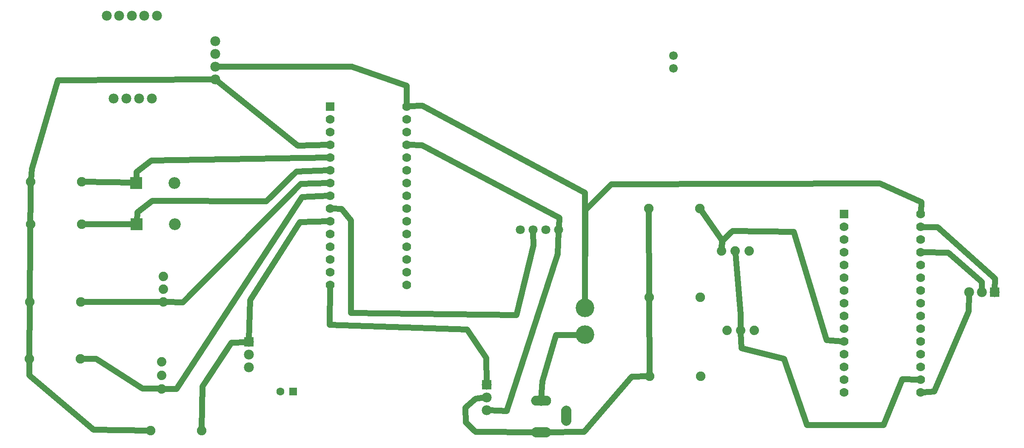
<source format=gbl>
G04 MADE WITH FRITZING*
G04 WWW.FRITZING.ORG*
G04 DOUBLE SIDED*
G04 HOLES PLATED*
G04 CONTOUR ON CENTER OF CONTOUR VECTOR*
%ASAXBY*%
%FSLAX23Y23*%
%MOIN*%
%OFA0B0*%
%SFA1.0B1.0*%
%ADD10C,0.145600*%
%ADD11C,0.078000*%
%ADD12C,0.092000*%
%ADD13C,0.070000*%
%ADD14C,0.075000*%
%ADD15C,0.074000*%
%ADD16C,0.071195*%
%ADD17C,0.067639*%
%ADD18C,0.078740*%
%ADD19C,0.062992*%
%ADD20R,0.078000X0.078000*%
%ADD21R,0.092000X0.092000*%
%ADD22R,0.069972X0.070000*%
%ADD23R,0.062992X0.062992*%
%ADD24C,0.048000*%
%ADD25R,0.001000X0.001000*%
%LNCOPPER0*%
G90*
G70*
G54D10*
X4538Y953D03*
X4538Y1163D03*
G54D11*
X7747Y1286D03*
X7647Y1286D03*
X7547Y1286D03*
X7747Y1286D03*
X7647Y1286D03*
X7547Y1286D03*
G54D12*
X1025Y1821D03*
X1325Y1821D03*
X1022Y2145D03*
X1322Y2145D03*
G54D13*
X6569Y1899D03*
X6569Y1799D03*
X6569Y1699D03*
X6569Y1599D03*
X6569Y1499D03*
X6569Y1399D03*
X6569Y1299D03*
X6569Y1199D03*
X6569Y1099D03*
X6569Y999D03*
X6569Y899D03*
X6569Y799D03*
X6569Y699D03*
X6569Y599D03*
X6569Y499D03*
X7169Y1899D03*
X7169Y1799D03*
X7169Y1699D03*
X7169Y1599D03*
X7169Y1499D03*
X7169Y1399D03*
X7169Y1299D03*
X7169Y1199D03*
X7169Y1099D03*
X7169Y999D03*
X7169Y899D03*
X7169Y799D03*
X7169Y699D03*
X7169Y599D03*
X7169Y499D03*
X2541Y2745D03*
X2541Y2645D03*
X2541Y2545D03*
X2541Y2445D03*
X2541Y2345D03*
X2541Y2245D03*
X2541Y2145D03*
X2541Y2045D03*
X2541Y1945D03*
X2541Y1845D03*
X2541Y1745D03*
X2541Y1645D03*
X2541Y1545D03*
X2541Y1445D03*
X2541Y1345D03*
X3141Y2745D03*
X3141Y2645D03*
X3141Y2545D03*
X3141Y2445D03*
X3141Y2345D03*
X3141Y2245D03*
X3141Y2145D03*
X3141Y2045D03*
X3141Y1945D03*
X3141Y1845D03*
X3141Y1745D03*
X3141Y1645D03*
X3141Y1545D03*
X3141Y1445D03*
X3141Y1345D03*
G54D14*
X183Y764D03*
X583Y764D03*
X193Y1821D03*
X593Y1821D03*
X196Y2153D03*
X596Y2153D03*
X189Y1212D03*
X589Y1212D03*
X5040Y1247D03*
X5440Y1247D03*
X5045Y626D03*
X5445Y626D03*
X5038Y1944D03*
X5438Y1944D03*
X1136Y199D03*
X1536Y199D03*
G54D15*
X5865Y988D03*
X5758Y988D03*
X5651Y988D03*
X5823Y1611D03*
X5716Y1611D03*
X5609Y1611D03*
X1221Y742D03*
X1221Y635D03*
X1221Y528D03*
X1233Y1411D03*
X1233Y1311D03*
X1233Y1211D03*
G54D11*
X1904Y896D03*
X1904Y796D03*
X1904Y696D03*
X843Y2808D03*
X943Y2808D03*
X1043Y2808D03*
X1143Y2808D03*
X1642Y2957D03*
X1642Y3057D03*
X1642Y3157D03*
X1642Y3257D03*
X791Y3457D03*
X889Y3457D03*
X988Y3458D03*
X1086Y3457D03*
X1185Y3457D03*
X3769Y560D03*
X3769Y460D03*
X3769Y360D03*
G54D16*
X4032Y1778D03*
X4131Y1778D03*
X4231Y1778D03*
X4331Y1778D03*
G54D17*
X5230Y3043D03*
X5230Y3143D03*
G54D18*
X4194Y435D03*
X4194Y187D03*
X4391Y317D03*
G54D19*
X2250Y507D03*
X2151Y507D03*
G54D20*
X7747Y1286D03*
X7747Y1286D03*
G54D21*
X1025Y1821D03*
X1022Y2145D03*
G54D22*
X6569Y1899D03*
X2541Y2745D03*
G54D20*
X1904Y896D03*
X3769Y560D03*
G54D23*
X2250Y507D03*
G54D24*
X1023Y2232D02*
X1141Y2320D01*
D02*
X1023Y2171D02*
X1023Y2232D01*
D02*
X1141Y2320D02*
X2523Y2345D01*
D02*
X2277Y2235D02*
X2524Y2245D01*
D02*
X2041Y2001D02*
X2277Y2235D01*
D02*
X1148Y2003D02*
X2041Y2001D01*
D02*
X1030Y1915D02*
X1148Y2003D01*
D02*
X1027Y1847D02*
X1030Y1915D01*
D02*
X2311Y2137D02*
X2524Y2145D01*
D02*
X1389Y1208D02*
X2311Y2137D01*
D02*
X1253Y1211D02*
X1389Y1208D01*
D02*
X1337Y528D02*
X1241Y528D01*
D02*
X2322Y2034D02*
X1337Y528D01*
D02*
X2524Y2044D02*
X2322Y2034D01*
D02*
X189Y1195D02*
X183Y781D01*
D02*
X196Y2136D02*
X189Y1230D01*
D02*
X688Y206D02*
X1118Y199D01*
D02*
X184Y635D02*
X688Y206D01*
D02*
X183Y746D02*
X184Y635D01*
D02*
X203Y2255D02*
X197Y2171D01*
D02*
X409Y2952D02*
X203Y2255D01*
D02*
X1623Y2957D02*
X409Y2952D01*
D02*
X2287Y2438D02*
X1657Y2945D01*
D02*
X2524Y2445D02*
X2287Y2438D01*
D02*
X3140Y2906D02*
X3141Y2763D01*
D02*
X2712Y3058D02*
X3140Y2906D01*
D02*
X1661Y3057D02*
X2712Y3058D01*
D02*
X708Y763D02*
X600Y764D01*
D02*
X1070Y531D02*
X708Y763D01*
D02*
X1201Y529D02*
X1070Y531D01*
D02*
X1213Y1211D02*
X607Y1212D01*
D02*
X999Y1821D02*
X610Y1821D01*
D02*
X996Y2146D02*
X613Y2153D01*
D02*
X1905Y915D02*
X1915Y1225D01*
D02*
X2306Y1838D02*
X2524Y1845D01*
D02*
X1915Y1225D02*
X2306Y1838D01*
D02*
X3613Y993D02*
X2537Y1029D01*
D02*
X3763Y772D02*
X3613Y993D01*
D02*
X2537Y1029D02*
X2541Y1327D01*
D02*
X3769Y579D02*
X3763Y772D01*
D02*
X4136Y1655D02*
X4001Y1107D01*
D02*
X2631Y1940D02*
X2559Y1944D01*
D02*
X4001Y1107D02*
X2705Y1124D01*
D02*
X2705Y1124D02*
X2703Y1849D01*
D02*
X2703Y1849D02*
X2631Y1940D01*
D02*
X4132Y1756D02*
X4136Y1655D01*
D02*
X4338Y1872D02*
X3262Y2439D01*
D02*
X3262Y2439D02*
X3159Y2444D01*
D02*
X4333Y1800D02*
X4338Y1872D01*
D02*
X3265Y2750D02*
X4538Y2067D01*
D02*
X3159Y2746D02*
X3265Y2750D01*
D02*
X4538Y2067D02*
X4538Y1196D01*
D02*
X4326Y1587D02*
X3925Y355D01*
D02*
X3925Y355D02*
X3788Y360D01*
D02*
X4331Y1756D02*
X4326Y1587D01*
D02*
X3604Y263D02*
X3602Y382D01*
D02*
X3602Y382D02*
X3681Y452D01*
D02*
X3681Y452D02*
X3751Y459D01*
D02*
X3681Y192D02*
X3604Y263D01*
D02*
X4174Y187D02*
X3681Y192D01*
D02*
X4311Y950D02*
X4204Y587D01*
D02*
X4204Y587D02*
X4195Y454D01*
D02*
X4506Y952D02*
X4311Y950D01*
D02*
X6847Y2139D02*
X7174Y1994D01*
D02*
X4743Y2134D02*
X6847Y2139D01*
D02*
X7174Y1994D02*
X7170Y1917D01*
D02*
X4541Y1929D02*
X4743Y2134D01*
D02*
X4538Y1196D02*
X4541Y1929D01*
D02*
X5611Y1688D02*
X5695Y1767D01*
D02*
X6432Y909D02*
X6551Y900D01*
D02*
X6175Y1762D02*
X6432Y909D01*
D02*
X5695Y1767D02*
X6175Y1762D01*
D02*
X5609Y1631D02*
X5611Y1688D01*
D02*
X5448Y1930D02*
X5614Y1689D01*
D02*
X5614Y1689D02*
X5610Y1631D01*
D02*
X5040Y1229D02*
X5045Y643D01*
D02*
X5038Y1927D02*
X5040Y1264D01*
D02*
X6099Y763D02*
X6279Y244D01*
D02*
X5763Y847D02*
X6099Y763D01*
D02*
X6279Y244D02*
X6878Y244D01*
D02*
X7024Y604D02*
X7151Y599D01*
D02*
X5759Y968D02*
X5763Y847D01*
D02*
X6878Y244D02*
X7024Y604D01*
D02*
X5757Y1113D02*
X5717Y1591D01*
D02*
X5758Y1008D02*
X5757Y1113D01*
D02*
X7276Y507D02*
X7187Y500D01*
D02*
X7544Y1136D02*
X7276Y507D01*
D02*
X7547Y1267D02*
X7544Y1136D01*
D02*
X7750Y1395D02*
X7302Y1796D01*
D02*
X7748Y1305D02*
X7750Y1395D01*
D02*
X7302Y1796D02*
X7187Y1798D01*
D02*
X7648Y1366D02*
X7385Y1596D01*
D02*
X7385Y1596D02*
X7187Y1599D01*
D02*
X7647Y1305D02*
X7648Y1366D01*
D02*
X5027Y626D02*
X4906Y624D01*
D02*
X4906Y624D02*
X4530Y189D01*
D02*
X4530Y189D02*
X4214Y187D01*
D02*
X1885Y895D02*
X1767Y890D01*
D02*
X1542Y547D02*
X1536Y216D01*
D02*
X1767Y890D02*
X1542Y547D01*
G54D25*
X4150Y474D02*
X4239Y474D01*
X4145Y473D02*
X4244Y473D01*
X4142Y472D02*
X4247Y472D01*
X4139Y471D02*
X4249Y471D01*
X4137Y470D02*
X4252Y470D01*
X4136Y469D02*
X4253Y469D01*
X4134Y468D02*
X4255Y468D01*
X4132Y467D02*
X4256Y467D01*
X4131Y466D02*
X4258Y466D01*
X4130Y465D02*
X4259Y465D01*
X4129Y464D02*
X4260Y464D01*
X4128Y463D02*
X4261Y463D01*
X4127Y462D02*
X4262Y462D01*
X4126Y461D02*
X4263Y461D01*
X4125Y460D02*
X4264Y460D01*
X4124Y459D02*
X4265Y459D01*
X4124Y458D02*
X4265Y458D01*
X4123Y457D02*
X4266Y457D01*
X4122Y456D02*
X4267Y456D01*
X4122Y455D02*
X4267Y455D01*
X4121Y454D02*
X4189Y454D01*
X4200Y454D02*
X4268Y454D01*
X4120Y453D02*
X4186Y453D01*
X4203Y453D02*
X4268Y453D01*
X4120Y452D02*
X4184Y452D01*
X4205Y452D02*
X4269Y452D01*
X4120Y451D02*
X4182Y451D01*
X4206Y451D02*
X4269Y451D01*
X4119Y450D02*
X4181Y450D01*
X4208Y450D02*
X4270Y450D01*
X4119Y449D02*
X4180Y449D01*
X4209Y449D02*
X4270Y449D01*
X4118Y448D02*
X4179Y448D01*
X4210Y448D02*
X4270Y448D01*
X4118Y447D02*
X4178Y447D01*
X4211Y447D02*
X4271Y447D01*
X4118Y446D02*
X4178Y446D01*
X4211Y446D02*
X4271Y446D01*
X4117Y445D02*
X4177Y445D01*
X4212Y445D02*
X4271Y445D01*
X4117Y444D02*
X4176Y444D01*
X4212Y444D02*
X4272Y444D01*
X4117Y443D02*
X4176Y443D01*
X4213Y443D02*
X4272Y443D01*
X4117Y442D02*
X4176Y442D01*
X4213Y442D02*
X4272Y442D01*
X4117Y441D02*
X4175Y441D01*
X4214Y441D02*
X4272Y441D01*
X4116Y440D02*
X4175Y440D01*
X4214Y440D02*
X4272Y440D01*
X4116Y439D02*
X4175Y439D01*
X4214Y439D02*
X4272Y439D01*
X4116Y438D02*
X4174Y438D01*
X4214Y438D02*
X4272Y438D01*
X4116Y437D02*
X4174Y437D01*
X4214Y437D02*
X4273Y437D01*
X4116Y436D02*
X4174Y436D01*
X4214Y436D02*
X4273Y436D01*
X4116Y435D02*
X4174Y435D01*
X4215Y435D02*
X4273Y435D01*
X4116Y434D02*
X4174Y434D01*
X4214Y434D02*
X4273Y434D01*
X4116Y433D02*
X4174Y433D01*
X4214Y433D02*
X4273Y433D01*
X4116Y432D02*
X4175Y432D01*
X4214Y432D02*
X4272Y432D01*
X4116Y431D02*
X4175Y431D01*
X4214Y431D02*
X4272Y431D01*
X4117Y430D02*
X4175Y430D01*
X4214Y430D02*
X4272Y430D01*
X4117Y429D02*
X4175Y429D01*
X4213Y429D02*
X4272Y429D01*
X4117Y428D02*
X4176Y428D01*
X4213Y428D02*
X4272Y428D01*
X4117Y427D02*
X4176Y427D01*
X4213Y427D02*
X4272Y427D01*
X4117Y426D02*
X4177Y426D01*
X4212Y426D02*
X4272Y426D01*
X4118Y425D02*
X4177Y425D01*
X4212Y425D02*
X4271Y425D01*
X4118Y424D02*
X4178Y424D01*
X4211Y424D02*
X4271Y424D01*
X4118Y423D02*
X4178Y423D01*
X4210Y423D02*
X4271Y423D01*
X4118Y422D02*
X4179Y422D01*
X4209Y422D02*
X4270Y422D01*
X4119Y421D02*
X4180Y421D01*
X4209Y421D02*
X4270Y421D01*
X4119Y420D02*
X4181Y420D01*
X4207Y420D02*
X4270Y420D01*
X4120Y419D02*
X4183Y419D01*
X4206Y419D02*
X4269Y419D01*
X4120Y418D02*
X4184Y418D01*
X4204Y418D02*
X4269Y418D01*
X4121Y417D02*
X4186Y417D01*
X4203Y417D02*
X4268Y417D01*
X4121Y416D02*
X4189Y416D01*
X4199Y416D02*
X4268Y416D01*
X4122Y415D02*
X4267Y415D01*
X4122Y414D02*
X4266Y414D01*
X4123Y413D02*
X4266Y413D01*
X4124Y412D02*
X4265Y412D01*
X4124Y411D02*
X4264Y411D01*
X4125Y410D02*
X4264Y410D01*
X4126Y409D02*
X4263Y409D01*
X4127Y408D02*
X4262Y408D01*
X4128Y407D02*
X4261Y407D01*
X4129Y406D02*
X4260Y406D01*
X4130Y405D02*
X4259Y405D01*
X4131Y404D02*
X4257Y404D01*
X4133Y403D02*
X4256Y403D01*
X4134Y402D02*
X4254Y402D01*
X4136Y401D02*
X4253Y401D01*
X4138Y400D02*
X4251Y400D01*
X4140Y399D02*
X4249Y399D01*
X4143Y398D02*
X4246Y398D01*
X4146Y397D02*
X4243Y397D01*
X4151Y396D02*
X4237Y396D01*
X4384Y395D02*
X4398Y395D01*
X4380Y394D02*
X4402Y394D01*
X4377Y393D02*
X4405Y393D01*
X4375Y392D02*
X4407Y392D01*
X4373Y391D02*
X4409Y391D01*
X4371Y390D02*
X4411Y390D01*
X4370Y389D02*
X4413Y389D01*
X4368Y388D02*
X4414Y388D01*
X4367Y387D02*
X4415Y387D01*
X4366Y386D02*
X4417Y386D01*
X4365Y385D02*
X4418Y385D01*
X4364Y384D02*
X4419Y384D01*
X4363Y383D02*
X4420Y383D01*
X4362Y382D02*
X4421Y382D01*
X4361Y381D02*
X4421Y381D01*
X4360Y380D02*
X4422Y380D01*
X4360Y379D02*
X4423Y379D01*
X4359Y378D02*
X4424Y378D01*
X4358Y377D02*
X4424Y377D01*
X4358Y376D02*
X4425Y376D01*
X4357Y375D02*
X4425Y375D01*
X4357Y374D02*
X4426Y374D01*
X4356Y373D02*
X4426Y373D01*
X4356Y372D02*
X4427Y372D01*
X4355Y371D02*
X4427Y371D01*
X4355Y370D02*
X4428Y370D01*
X4354Y369D02*
X4428Y369D01*
X4354Y368D02*
X4428Y368D01*
X4354Y367D02*
X4429Y367D01*
X4354Y366D02*
X4429Y366D01*
X4353Y365D02*
X4429Y365D01*
X4353Y364D02*
X4429Y364D01*
X4353Y363D02*
X4430Y363D01*
X4353Y362D02*
X4430Y362D01*
X4353Y361D02*
X4430Y361D01*
X4353Y360D02*
X4430Y360D01*
X4353Y359D02*
X4430Y359D01*
X4352Y358D02*
X4430Y358D01*
X4352Y357D02*
X4430Y357D01*
X4352Y356D02*
X4430Y356D01*
X4352Y355D02*
X4430Y355D01*
X4352Y354D02*
X4430Y354D01*
X4352Y353D02*
X4430Y353D01*
X4352Y352D02*
X4430Y352D01*
X4352Y351D02*
X4430Y351D01*
X4352Y350D02*
X4430Y350D01*
X4352Y349D02*
X4430Y349D01*
X4352Y348D02*
X4430Y348D01*
X4352Y347D02*
X4430Y347D01*
X4352Y346D02*
X4430Y346D01*
X4352Y345D02*
X4430Y345D01*
X4352Y344D02*
X4430Y344D01*
X4352Y343D02*
X4430Y343D01*
X4352Y342D02*
X4430Y342D01*
X4352Y341D02*
X4430Y341D01*
X4352Y340D02*
X4430Y340D01*
X4352Y339D02*
X4430Y339D01*
X4352Y338D02*
X4430Y338D01*
X4352Y337D02*
X4430Y337D01*
X4352Y336D02*
X4386Y336D01*
X4397Y336D02*
X4430Y336D01*
X4352Y335D02*
X4383Y335D01*
X4400Y335D02*
X4430Y335D01*
X4352Y334D02*
X4381Y334D01*
X4402Y334D02*
X4430Y334D01*
X4352Y333D02*
X4379Y333D01*
X4403Y333D02*
X4430Y333D01*
X4352Y332D02*
X4378Y332D01*
X4404Y332D02*
X4430Y332D01*
X4352Y331D02*
X4377Y331D01*
X4406Y331D02*
X4430Y331D01*
X4352Y330D02*
X4376Y330D01*
X4406Y330D02*
X4430Y330D01*
X4352Y329D02*
X4375Y329D01*
X4407Y329D02*
X4430Y329D01*
X4352Y328D02*
X4374Y328D01*
X4408Y328D02*
X4430Y328D01*
X4352Y327D02*
X4374Y327D01*
X4409Y327D02*
X4430Y327D01*
X4352Y326D02*
X4373Y326D01*
X4409Y326D02*
X4430Y326D01*
X4352Y325D02*
X4373Y325D01*
X4410Y325D02*
X4430Y325D01*
X4352Y324D02*
X4372Y324D01*
X4410Y324D02*
X4430Y324D01*
X4352Y323D02*
X4372Y323D01*
X4410Y323D02*
X4430Y323D01*
X4352Y322D02*
X4372Y322D01*
X4411Y322D02*
X4430Y322D01*
X4352Y321D02*
X4371Y321D01*
X4411Y321D02*
X4430Y321D01*
X4352Y320D02*
X4371Y320D01*
X4411Y320D02*
X4430Y320D01*
X4352Y319D02*
X4371Y319D01*
X4411Y319D02*
X4430Y319D01*
X4352Y318D02*
X4371Y318D01*
X4411Y318D02*
X4430Y318D01*
X4352Y317D02*
X4371Y317D01*
X4411Y317D02*
X4430Y317D01*
X4352Y316D02*
X4371Y316D01*
X4411Y316D02*
X4430Y316D01*
X4352Y315D02*
X4371Y315D01*
X4411Y315D02*
X4430Y315D01*
X4352Y314D02*
X4371Y314D01*
X4411Y314D02*
X4430Y314D01*
X4352Y313D02*
X4371Y313D01*
X4411Y313D02*
X4430Y313D01*
X4352Y312D02*
X4372Y312D01*
X4411Y312D02*
X4430Y312D01*
X4352Y311D02*
X4372Y311D01*
X4410Y311D02*
X4430Y311D01*
X4352Y310D02*
X4372Y310D01*
X4410Y310D02*
X4430Y310D01*
X4352Y309D02*
X4373Y309D01*
X4410Y309D02*
X4430Y309D01*
X4352Y308D02*
X4373Y308D01*
X4409Y308D02*
X4430Y308D01*
X4352Y307D02*
X4374Y307D01*
X4409Y307D02*
X4430Y307D01*
X4352Y306D02*
X4374Y306D01*
X4408Y306D02*
X4430Y306D01*
X4352Y305D02*
X4375Y305D01*
X4407Y305D02*
X4430Y305D01*
X4352Y304D02*
X4376Y304D01*
X4406Y304D02*
X4430Y304D01*
X4352Y303D02*
X4377Y303D01*
X4406Y303D02*
X4430Y303D01*
X4352Y302D02*
X4378Y302D01*
X4404Y302D02*
X4430Y302D01*
X4352Y301D02*
X4379Y301D01*
X4403Y301D02*
X4430Y301D01*
X4352Y300D02*
X4381Y300D01*
X4401Y300D02*
X4430Y300D01*
X4352Y299D02*
X4383Y299D01*
X4400Y299D02*
X4430Y299D01*
X4352Y298D02*
X4386Y298D01*
X4397Y298D02*
X4430Y298D01*
X4352Y297D02*
X4430Y297D01*
X4352Y296D02*
X4430Y296D01*
X4352Y295D02*
X4430Y295D01*
X4352Y294D02*
X4430Y294D01*
X4352Y293D02*
X4430Y293D01*
X4352Y292D02*
X4430Y292D01*
X4352Y291D02*
X4430Y291D01*
X4352Y290D02*
X4430Y290D01*
X4352Y289D02*
X4430Y289D01*
X4352Y288D02*
X4430Y288D01*
X4352Y287D02*
X4430Y287D01*
X4352Y286D02*
X4430Y286D01*
X4352Y285D02*
X4430Y285D01*
X4352Y284D02*
X4430Y284D01*
X4352Y283D02*
X4430Y283D01*
X4352Y282D02*
X4430Y282D01*
X4352Y281D02*
X4430Y281D01*
X4352Y280D02*
X4430Y280D01*
X4352Y279D02*
X4430Y279D01*
X4352Y278D02*
X4430Y278D01*
X4352Y277D02*
X4430Y277D01*
X4352Y276D02*
X4430Y276D01*
X4353Y275D02*
X4430Y275D01*
X4353Y274D02*
X4430Y274D01*
X4353Y273D02*
X4430Y273D01*
X4353Y272D02*
X4430Y272D01*
X4353Y271D02*
X4430Y271D01*
X4353Y270D02*
X4429Y270D01*
X4353Y269D02*
X4429Y269D01*
X4354Y268D02*
X4429Y268D01*
X4354Y267D02*
X4429Y267D01*
X4354Y266D02*
X4428Y266D01*
X4354Y265D02*
X4428Y265D01*
X4355Y264D02*
X4428Y264D01*
X4355Y263D02*
X4427Y263D01*
X4356Y262D02*
X4427Y262D01*
X4356Y261D02*
X4426Y261D01*
X4357Y260D02*
X4426Y260D01*
X4357Y259D02*
X4425Y259D01*
X4358Y258D02*
X4425Y258D01*
X4358Y257D02*
X4424Y257D01*
X4359Y256D02*
X4424Y256D01*
X4360Y255D02*
X4423Y255D01*
X4360Y254D02*
X4422Y254D01*
X4361Y253D02*
X4421Y253D01*
X4362Y252D02*
X4421Y252D01*
X4363Y251D02*
X4420Y251D01*
X4364Y250D02*
X4419Y250D01*
X4365Y249D02*
X4418Y249D01*
X4366Y248D02*
X4417Y248D01*
X4367Y247D02*
X4415Y247D01*
X4368Y246D02*
X4414Y246D01*
X4370Y245D02*
X4413Y245D01*
X4371Y244D02*
X4411Y244D01*
X4373Y243D02*
X4409Y243D01*
X4375Y242D02*
X4407Y242D01*
X4377Y241D02*
X4405Y241D01*
X4380Y240D02*
X4402Y240D01*
X4384Y239D02*
X4398Y239D01*
X4150Y226D02*
X4239Y226D01*
X4145Y225D02*
X4244Y225D01*
X4142Y224D02*
X4247Y224D01*
X4139Y223D02*
X4249Y223D01*
X4137Y222D02*
X4251Y222D01*
X4136Y221D02*
X4253Y221D01*
X4134Y220D02*
X4255Y220D01*
X4132Y219D02*
X4256Y219D01*
X4131Y218D02*
X4258Y218D01*
X4130Y217D02*
X4259Y217D01*
X4129Y216D02*
X4260Y216D01*
X4128Y215D02*
X4261Y215D01*
X4127Y214D02*
X4262Y214D01*
X4126Y213D02*
X4263Y213D01*
X4125Y212D02*
X4264Y212D01*
X4124Y211D02*
X4264Y211D01*
X4124Y210D02*
X4265Y210D01*
X4123Y209D02*
X4266Y209D01*
X4122Y208D02*
X4267Y208D01*
X4122Y207D02*
X4267Y207D01*
X4121Y206D02*
X4189Y206D01*
X4200Y206D02*
X4268Y206D01*
X4120Y205D02*
X4186Y205D01*
X4203Y205D02*
X4268Y205D01*
X4120Y204D02*
X4184Y204D01*
X4205Y204D02*
X4269Y204D01*
X4120Y203D02*
X4182Y203D01*
X4206Y203D02*
X4269Y203D01*
X4119Y202D02*
X4181Y202D01*
X4208Y202D02*
X4270Y202D01*
X4119Y201D02*
X4180Y201D01*
X4209Y201D02*
X4270Y201D01*
X4118Y200D02*
X4179Y200D01*
X4210Y200D02*
X4270Y200D01*
X4118Y199D02*
X4178Y199D01*
X4210Y199D02*
X4271Y199D01*
X4118Y198D02*
X4178Y198D01*
X4211Y198D02*
X4271Y198D01*
X4117Y197D02*
X4177Y197D01*
X4212Y197D02*
X4271Y197D01*
X4117Y196D02*
X4176Y196D01*
X4212Y196D02*
X4272Y196D01*
X4117Y195D02*
X4176Y195D01*
X4213Y195D02*
X4272Y195D01*
X4117Y194D02*
X4176Y194D01*
X4213Y194D02*
X4272Y194D01*
X4117Y193D02*
X4175Y193D01*
X4214Y193D02*
X4272Y193D01*
X4116Y192D02*
X4175Y192D01*
X4214Y192D02*
X4272Y192D01*
X4116Y191D02*
X4175Y191D01*
X4214Y191D02*
X4272Y191D01*
X4116Y190D02*
X4175Y190D01*
X4214Y190D02*
X4272Y190D01*
X4116Y189D02*
X4174Y189D01*
X4214Y189D02*
X4273Y189D01*
X4116Y188D02*
X4174Y188D01*
X4214Y188D02*
X4273Y188D01*
X4116Y187D02*
X4174Y187D01*
X4215Y187D02*
X4273Y187D01*
X4116Y186D02*
X4174Y186D01*
X4214Y186D02*
X4273Y186D01*
X4116Y185D02*
X4174Y185D01*
X4214Y185D02*
X4273Y185D01*
X4116Y184D02*
X4175Y184D01*
X4214Y184D02*
X4272Y184D01*
X4116Y183D02*
X4175Y183D01*
X4214Y183D02*
X4272Y183D01*
X4117Y182D02*
X4175Y182D01*
X4214Y182D02*
X4272Y182D01*
X4117Y181D02*
X4175Y181D01*
X4214Y181D02*
X4272Y181D01*
X4117Y180D02*
X4176Y180D01*
X4213Y180D02*
X4272Y180D01*
X4117Y179D02*
X4176Y179D01*
X4213Y179D02*
X4272Y179D01*
X4117Y178D02*
X4177Y178D01*
X4212Y178D02*
X4272Y178D01*
X4118Y177D02*
X4177Y177D01*
X4212Y177D02*
X4271Y177D01*
X4118Y176D02*
X4178Y176D01*
X4211Y176D02*
X4271Y176D01*
X4118Y175D02*
X4178Y175D01*
X4210Y175D02*
X4271Y175D01*
X4118Y174D02*
X4179Y174D01*
X4209Y174D02*
X4270Y174D01*
X4119Y173D02*
X4180Y173D01*
X4209Y173D02*
X4270Y173D01*
X4119Y172D02*
X4181Y172D01*
X4207Y172D02*
X4270Y172D01*
X4120Y171D02*
X4183Y171D01*
X4206Y171D02*
X4269Y171D01*
X4120Y170D02*
X4184Y170D01*
X4204Y170D02*
X4269Y170D01*
X4121Y169D02*
X4186Y169D01*
X4203Y169D02*
X4268Y169D01*
X4121Y168D02*
X4189Y168D01*
X4199Y168D02*
X4268Y168D01*
X4122Y167D02*
X4267Y167D01*
X4122Y166D02*
X4266Y166D01*
X4123Y165D02*
X4266Y165D01*
X4124Y164D02*
X4265Y164D01*
X4124Y163D02*
X4264Y163D01*
X4125Y162D02*
X4264Y162D01*
X4126Y161D02*
X4263Y161D01*
X4127Y160D02*
X4262Y160D01*
X4128Y159D02*
X4261Y159D01*
X4129Y158D02*
X4260Y158D01*
X4130Y157D02*
X4259Y157D01*
X4131Y156D02*
X4257Y156D01*
X4133Y155D02*
X4256Y155D01*
X4134Y154D02*
X4255Y154D01*
X4136Y153D02*
X4253Y153D01*
X4138Y152D02*
X4251Y152D01*
X4140Y151D02*
X4249Y151D01*
X4142Y150D02*
X4246Y150D01*
X4146Y149D02*
X4243Y149D01*
X4151Y148D02*
X4238Y148D01*
D02*
G04 End of Copper0*
M02*
</source>
